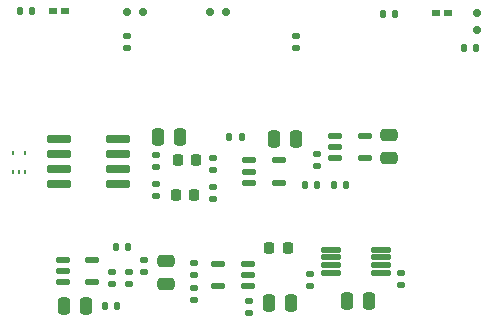
<source format=gbr>
%TF.GenerationSoftware,KiCad,Pcbnew,8.0.5-8.0.5-0~ubuntu22.04.1*%
%TF.CreationDate,2024-10-28T14:37:05+01:00*%
%TF.ProjectId,EMG_amplifier,454d475f-616d-4706-9c69-666965722e6b,rev?*%
%TF.SameCoordinates,Original*%
%TF.FileFunction,Paste,Top*%
%TF.FilePolarity,Positive*%
%FSLAX46Y46*%
G04 Gerber Fmt 4.6, Leading zero omitted, Abs format (unit mm)*
G04 Created by KiCad (PCBNEW 8.0.5-8.0.5-0~ubuntu22.04.1) date 2024-10-28 14:37:05*
%MOMM*%
%LPD*%
G01*
G04 APERTURE LIST*
G04 Aperture macros list*
%AMRoundRect*
0 Rectangle with rounded corners*
0 $1 Rounding radius*
0 $2 $3 $4 $5 $6 $7 $8 $9 X,Y pos of 4 corners*
0 Add a 4 corners polygon primitive as box body*
4,1,4,$2,$3,$4,$5,$6,$7,$8,$9,$2,$3,0*
0 Add four circle primitives for the rounded corners*
1,1,$1+$1,$2,$3*
1,1,$1+$1,$4,$5*
1,1,$1+$1,$6,$7*
1,1,$1+$1,$8,$9*
0 Add four rect primitives between the rounded corners*
20,1,$1+$1,$2,$3,$4,$5,0*
20,1,$1+$1,$4,$5,$6,$7,0*
20,1,$1+$1,$6,$7,$8,$9,0*
20,1,$1+$1,$8,$9,$2,$3,0*%
G04 Aperture macros list end*
%ADD10RoundRect,0.147500X-0.457500X-0.147500X0.457500X-0.147500X0.457500X0.147500X-0.457500X0.147500X0*%
%ADD11RoundRect,0.135000X0.185000X-0.135000X0.185000X0.135000X-0.185000X0.135000X-0.185000X-0.135000X0*%
%ADD12RoundRect,0.225000X-0.225000X-0.250000X0.225000X-0.250000X0.225000X0.250000X-0.225000X0.250000X0*%
%ADD13RoundRect,0.147500X0.457500X0.147500X-0.457500X0.147500X-0.457500X-0.147500X0.457500X-0.147500X0*%
%ADD14RoundRect,0.135000X-0.185000X0.135000X-0.185000X-0.135000X0.185000X-0.135000X0.185000X0.135000X0*%
%ADD15R,0.204000X0.353200*%
%ADD16RoundRect,0.135000X0.135000X0.185000X-0.135000X0.185000X-0.135000X-0.185000X0.135000X-0.185000X0*%
%ADD17RoundRect,0.250000X-0.475000X0.250000X-0.475000X-0.250000X0.475000X-0.250000X0.475000X0.250000X0*%
%ADD18R,0.711200X0.558800*%
%ADD19RoundRect,0.150000X-0.200000X0.150000X-0.200000X-0.150000X0.200000X-0.150000X0.200000X0.150000X0*%
%ADD20RoundRect,0.225000X0.225000X0.250000X-0.225000X0.250000X-0.225000X-0.250000X0.225000X-0.250000X0*%
%ADD21RoundRect,0.150000X-0.150000X-0.200000X0.150000X-0.200000X0.150000X0.200000X-0.150000X0.200000X0*%
%ADD22RoundRect,0.125000X0.687500X0.125000X-0.687500X0.125000X-0.687500X-0.125000X0.687500X-0.125000X0*%
%ADD23RoundRect,0.250000X0.250000X0.475000X-0.250000X0.475000X-0.250000X-0.475000X0.250000X-0.475000X0*%
%ADD24RoundRect,0.135000X-0.135000X-0.185000X0.135000X-0.185000X0.135000X0.185000X-0.135000X0.185000X0*%
%ADD25RoundRect,0.250000X-0.250000X-0.475000X0.250000X-0.475000X0.250000X0.475000X-0.250000X0.475000X0*%
%ADD26RoundRect,0.250000X0.475000X-0.250000X0.475000X0.250000X-0.475000X0.250000X-0.475000X-0.250000X0*%
%ADD27RoundRect,0.075000X-0.910000X-0.225000X0.910000X-0.225000X0.910000X0.225000X-0.910000X0.225000X0*%
%ADD28RoundRect,0.150000X0.150000X0.200000X-0.150000X0.200000X-0.150000X-0.200000X0.150000X-0.200000X0*%
%ADD29RoundRect,0.140000X-0.170000X0.140000X-0.170000X-0.140000X0.170000X-0.140000X0.170000X0.140000X0*%
G04 APERTURE END LIST*
D10*
%TO.C,U6*%
X84150200Y-96321800D03*
X84150200Y-97271800D03*
X84150200Y-98221800D03*
X86660200Y-98221800D03*
X86660200Y-96321800D03*
%TD*%
%TO.C,U5*%
X91404000Y-94223000D03*
X91404000Y-95173000D03*
X91404000Y-96123000D03*
X93914000Y-96123000D03*
X93914000Y-94223000D03*
%TD*%
D11*
%TO.C,R11*%
X72517000Y-106785600D03*
X72517000Y-105765600D03*
%TD*%
%TO.C,R13*%
X89255600Y-106959400D03*
X89255600Y-105939400D03*
%TD*%
D12*
%TO.C,C2*%
X78117400Y-96316800D03*
X79667400Y-96316800D03*
%TD*%
D13*
%TO.C,U3*%
X84023600Y-106952400D03*
X84023600Y-106002400D03*
X84023600Y-105052400D03*
X81513600Y-105052400D03*
X81513600Y-106952400D03*
%TD*%
D14*
%TO.C,R20*%
X79456200Y-107082400D03*
X79456200Y-108102400D03*
%TD*%
D15*
%TO.C,U7*%
X64135802Y-97339802D03*
X64635801Y-97339802D03*
X65135800Y-97339802D03*
X65135800Y-95691200D03*
X64135802Y-95691200D03*
%TD*%
D14*
%TO.C,R22*%
X75260200Y-104749600D03*
X75260200Y-105769600D03*
%TD*%
D16*
%TO.C,R4*%
X65790000Y-83693000D03*
X64770000Y-83693000D03*
%TD*%
D11*
%TO.C,R9*%
X81076800Y-97159000D03*
X81076800Y-96139000D03*
%TD*%
D16*
%TO.C,R3*%
X96447800Y-83896200D03*
X95427800Y-83896200D03*
%TD*%
%TO.C,R16*%
X83489800Y-94335600D03*
X82469800Y-94335600D03*
%TD*%
D17*
%TO.C,C8*%
X95961200Y-94208600D03*
X95961200Y-96108600D03*
%TD*%
D18*
%TO.C,L1*%
X100965000Y-83870800D03*
X99923600Y-83870800D03*
%TD*%
D19*
%TO.C,D1*%
X103403400Y-85242400D03*
X103403400Y-83842400D03*
%TD*%
D20*
%TO.C,C5*%
X87389000Y-103759000D03*
X85839000Y-103759000D03*
%TD*%
D11*
%TO.C,R19*%
X84150200Y-109247400D03*
X84150200Y-108227400D03*
%TD*%
D21*
%TO.C,D3*%
X82197400Y-83769200D03*
X80797400Y-83769200D03*
%TD*%
D22*
%TO.C,U2*%
X95279700Y-105826200D03*
X95279700Y-105176200D03*
X95279700Y-104526200D03*
X95279700Y-103876200D03*
X91054700Y-103876200D03*
X91054700Y-104526200D03*
X91054700Y-105176200D03*
X91054700Y-105826200D03*
%TD*%
D14*
%TO.C,R15*%
X89875400Y-95763400D03*
X89875400Y-96783400D03*
%TD*%
D23*
%TO.C,C4*%
X70327600Y-108661200D03*
X68427600Y-108661200D03*
%TD*%
D11*
%TO.C,R8*%
X81040700Y-99582700D03*
X81040700Y-98562700D03*
%TD*%
D24*
%TO.C,R23*%
X88868600Y-98425000D03*
X89888600Y-98425000D03*
%TD*%
D25*
%TO.C,C10*%
X92384800Y-108204000D03*
X94284800Y-108204000D03*
%TD*%
D26*
%TO.C,C11*%
X77089000Y-106756200D03*
X77089000Y-104856200D03*
%TD*%
D11*
%TO.C,R6*%
X76210200Y-99348800D03*
X76210200Y-98328800D03*
%TD*%
D24*
%TO.C,R24*%
X91283600Y-98425000D03*
X92303600Y-98425000D03*
%TD*%
D11*
%TO.C,R2*%
X73812400Y-86766400D03*
X73812400Y-85746400D03*
%TD*%
D23*
%TO.C,C7*%
X78292600Y-94344400D03*
X76392600Y-94344400D03*
%TD*%
D27*
%TO.C,U8*%
X68069800Y-94548200D03*
X68069800Y-95818200D03*
X68069800Y-97088200D03*
X68069800Y-98358200D03*
X73009800Y-98358200D03*
X73009800Y-97088200D03*
X73009800Y-95818200D03*
X73009800Y-94548200D03*
%TD*%
D11*
%TO.C,R5*%
X88087200Y-86817200D03*
X88087200Y-85797200D03*
%TD*%
D28*
%TO.C,D2*%
X73784000Y-83769200D03*
X75184000Y-83769200D03*
%TD*%
D18*
%TO.C,L2*%
X67538600Y-83693000D03*
X68580000Y-83693000D03*
%TD*%
D10*
%TO.C,U1*%
X68351400Y-104729200D03*
X68351400Y-105679200D03*
X68351400Y-106629200D03*
X70861400Y-106629200D03*
X70861400Y-104729200D03*
%TD*%
D23*
%TO.C,C12*%
X88097400Y-94488000D03*
X86197400Y-94488000D03*
%TD*%
D29*
%TO.C,C3*%
X73964800Y-105796200D03*
X73964800Y-106756200D03*
%TD*%
D25*
%TO.C,C6*%
X85775800Y-108432600D03*
X87675800Y-108432600D03*
%TD*%
D11*
%TO.C,R12*%
X97002600Y-106836400D03*
X97002600Y-105816400D03*
%TD*%
D24*
%TO.C,R21*%
X72821800Y-103632000D03*
X73841800Y-103632000D03*
%TD*%
D16*
%TO.C,R10*%
X72948800Y-108661200D03*
X71928800Y-108661200D03*
%TD*%
D11*
%TO.C,R7*%
X76210200Y-96914400D03*
X76210200Y-95894400D03*
%TD*%
D14*
%TO.C,R14*%
X79456200Y-105027000D03*
X79456200Y-106047000D03*
%TD*%
D24*
%TO.C,R1*%
X102362000Y-86766400D03*
X103382000Y-86766400D03*
%TD*%
D12*
%TO.C,C1*%
X77901800Y-99212400D03*
X79451800Y-99212400D03*
%TD*%
M02*

</source>
